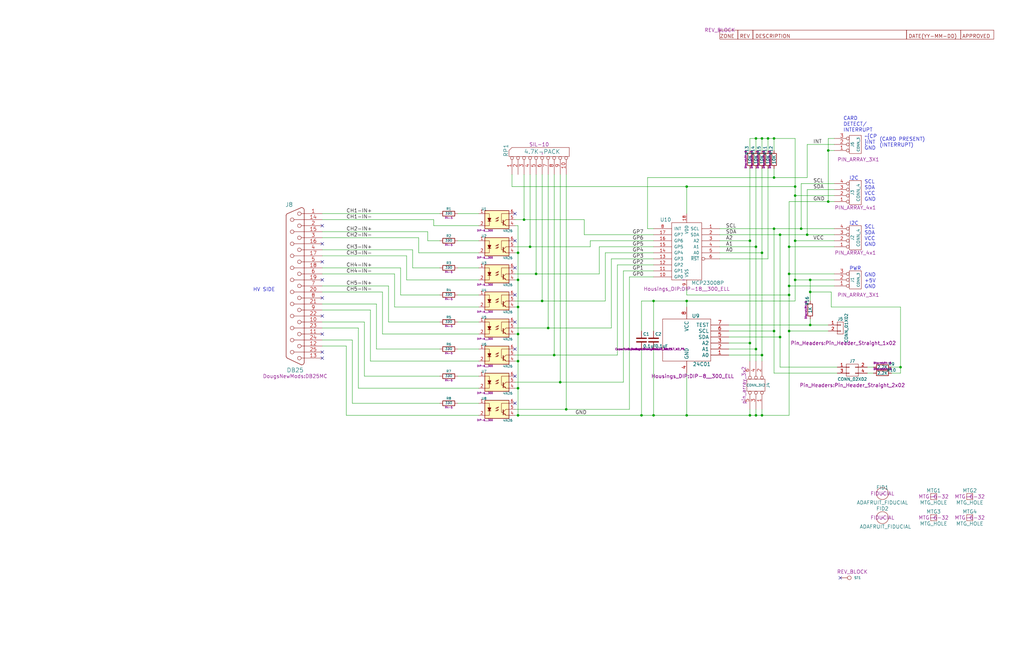
<source format=kicad_sch>
(kicad_sch (version 20230121) (generator eeschema)
  (paper "B")
  (title_block (title "8-CHANNEL OPTO-ISOLATED INPUT I2C CARD") (date "9 jun 2014") (rev "X1") (company "land-boards.com"))
  (lib_symbols
    (symbol "Device:C" (pin_numbers hide) (pin_names (offset 0.254))
      (property "Reference" "C" (at 0.635 2.54 0))
      (property "Value" "C" (at 0.635 -2.54 0))
      (symbol "C_0_1"
        (polyline (pts (xy -2.032 -0.762) (xy 2.032 -0.762)) (stroke (width 0.508)))
        (polyline (pts (xy -2.032 0.762) (xy 2.032 0.762)) (stroke (width 0.508)))
      )
      (symbol "C_1_1"
        (pin passive line (at 0 3.81 270) (length 2.794) (name "~") (number "1"))
        (pin passive line (at 0 -3.81 90) (length 2.794) (name "~") (number "2"))
      )
    )
    (symbol "Device:R" (pin_numbers hide) (pin_names (offset 0))
      (property "Reference" "R" (at 2.032 0 90))
      (property "Value" "R" (at 0 0 90))
      (symbol "R_0_1"
        (rectangle (start -1.016 -2.54) (end 1.016 2.54) (stroke (width 0.254)))
      )
      (symbol "R_1_1"
        (pin passive line (at 0 3.81 270) (length 1.27) (name "~") (number "1"))
        (pin passive line (at 0 -3.81 90) (length 1.27) (name "~") (number "2"))
      )
    )
    (symbol "OptoIn8-I2C-rescue:24C01" (pin_names (offset 0.762))
      (property "Reference" "U" (at 3.81 8.89 0))
      (property "Value" "24C01" (at 6.35 -11.43 0))
      (symbol "24C01_0_0"
        (pin power_in line (at 0 -15.24 90) (length 5.08) (name "GND") (number "4"))
        (pin power_in line (at 0 12.7 270) (length 5.08) (name "VCC") (number "8"))
      )
      (symbol "24C01_1_1"
        (rectangle (start -10.16 -10.16) (end 10.16 7.62))
        (pin input line (at 17.78 -7.62 180) (length 7.62) (name "A0") (number "1"))
        (pin input line (at 17.78 -5.08 180) (length 7.62) (name "A1") (number "2"))
        (pin input line (at 17.78 -2.54 180) (length 7.62) (name "A2") (number "3"))
        (pin bidirectional line (at 17.78 0 180) (length 7.62) (name "SDA") (number "5"))
        (pin input line (at 17.78 2.54 180) (length 7.62) (name "SCL") (number "6"))
        (pin input line (at 17.78 5.08 180) (length 7.62) (name "TEST") (number "7"))
      )
    )
    (symbol "OptoIn8-I2C-rescue:4N26" (pin_names (offset 1.016))
      (property "Reference" "U" (at -5.08 5.08 0))
      (property "Value" "4N26" (at 0 5.08 0))
      (property "Footprint" "DIP-6" (at -5.08 -5.08 0))
      (symbol "4N26_0_1"
        (rectangle (start -5.08 3.81) (end 5.08 -3.81) (stroke (width 0.254)) (fill (type background)))
        (polyline (pts (xy -3.81 -0.635) (xy -2.54 -0.635)) (stroke (width 0.254)))
        (polyline (pts (xy 2.667 -1.397) (xy 3.81 -2.54)))
        (polyline (pts (xy 2.667 -1.143) (xy 3.81 0)))
        (polyline (pts (xy 3.81 -2.54) (xy 5.08 -2.54)))
        (polyline (pts (xy 3.81 0) (xy 5.08 0)))
        (polyline (pts (xy 2.667 -0.254) (xy 2.667 -2.286) (xy 2.667 -2.286)) (stroke (width 0.3556)))
        (polyline (pts (xy -5.08 -2.54) (xy -3.175 -2.54) (xy -3.175 2.54) (xy -5.08 2.54)))
        (polyline (pts (xy -3.175 -0.635) (xy -3.81 0.635) (xy -2.54 0.635) (xy -3.175 -0.635)) (stroke (width 0.254)) (fill (type outline)))
        (polyline (pts (xy -0.635 0.254) (xy -0.1016 0.762) (xy -0.1016 0.254) (xy 0.6604 1.016)))
        (polyline (pts (xy 0.6604 1.016) (xy 0.1524 0.762) (xy 0.4064 0.508) (xy 0.6604 1.016)))
        (polyline (pts (xy 3.683 -2.413) (xy 3.429 -1.905) (xy 3.175 -2.159) (xy 3.683 -2.413)))
        (polyline (pts (xy 5.08 2.54) (xy 1.905 2.54) (xy 1.905 -1.27) (xy 2.54 -1.27)))
        (polyline (pts (xy -0.635 -0.762) (xy -0.1016 -0.254) (xy -0.1016 -0.762) (xy 0.6604 0) (xy 0.1524 -0.254) (xy 0.4064 -0.508) (xy 0.6604 0)))
      )
      (symbol "4N26_1_1"
        (pin passive line (at -7.62 2.54 0) (length 2.54) (name "~") (number "1"))
        (pin passive line (at -7.62 -2.54 0) (length 2.54) (name "~") (number "2"))
        (pin passive line (at 7.62 -2.54 180) (length 2.54) (name "~") (number "4"))
        (pin passive line (at 7.62 0 180) (length 2.54) (name "~") (number "5"))
        (pin passive line (at 7.62 2.54 180) (length 2.54) (name "~") (number "6"))
      )
    )
    (symbol "OptoIn8-I2C-rescue:ADAFRUIT_FIDUCIAL" (pin_numbers hide) (pin_names (offset 0.0254) hide)
      (property "Reference" "adafruit" (at 0 0 0))
      (property "Value" "ADAFRUIT_FIDUCIAL" (at 0 0 0))
      (symbol "ADAFRUIT_FIDUCIAL_1_1"
        (circle (center 0 0) (radius 2.54))
      )
    )
    (symbol "OptoIn8-I2C-rescue:CONN_01X02" (pin_names (offset 1.016) hide)
      (property "Reference" "P" (at 0 3.81 0))
      (property "Value" "CONN_01X02" (at 2.54 0 90))
      (symbol "CONN_01X02_0_1"
        (rectangle (start -1.27 -1.143) (end 0.254 -1.397))
        (rectangle (start -1.27 1.397) (end 0.254 1.143))
        (rectangle (start -1.27 2.54) (end 1.27 -2.54))
      )
      (symbol "CONN_01X02_1_1"
        (pin passive line (at -5.08 1.27 0) (length 3.81) (name "P1") (number "1"))
        (pin passive line (at -5.08 -1.27 0) (length 3.81) (name "P2") (number "2"))
      )
    )
    (symbol "OptoIn8-I2C-rescue:CONN_02X02" (pin_names (offset 0.0254) hide)
      (property "Reference" "P" (at 0 3.81 0))
      (property "Value" "CONN_02X02" (at 0 -3.81 0))
      (symbol "CONN_02X02_0_1"
        (rectangle (start -2.54 -1.143) (end -1.27 -1.397))
        (rectangle (start -2.54 1.397) (end -1.27 1.143))
        (rectangle (start -2.54 2.54) (end 2.54 -2.54))
        (rectangle (start 1.27 -1.143) (end 2.54 -1.397))
        (rectangle (start 1.27 1.397) (end 2.54 1.143))
      )
      (symbol "CONN_02X02_1_1"
        (pin passive line (at -6.35 1.27 0) (length 3.81) (name "P1") (number "1"))
        (pin passive line (at 6.35 1.27 180) (length 3.81) (name "P2") (number "2"))
        (pin passive line (at -6.35 -1.27 0) (length 3.81) (name "P3") (number "3"))
        (pin passive line (at 6.35 -1.27 180) (length 3.81) (name "P4") (number "4"))
      )
    )
    (symbol "OptoIn8-I2C-rescue:CONN_1" (pin_numbers hide) (pin_names (offset 0.762) hide)
      (property "Reference" "P" (at 2.032 0 0))
      (symbol "CONN_1_0_1"
        (polyline (pts (xy -0.762 0) (xy -1.27 0)))
        (circle (center 0 0) (radius 0.7874))
      )
      (symbol "CONN_1_1_1"
        (pin passive line (at -3.81 0 0) (length 2.54) (name "1") (number "1"))
      )
    )
    (symbol "OptoIn8-I2C-rescue:CONN_3" (pin_names (offset 1.016) hide)
      (property "Reference" "K" (at -1.27 0 90))
      (property "Value" "CONN_3" (at 1.27 0 90))
      (symbol "CONN_3_0_1"
        (rectangle (start -2.54 3.81) (end 2.54 -3.81))
      )
      (symbol "CONN_3_1_1"
        (pin passive inverted (at -8.89 2.54 0) (length 6.35) (name "P1") (number "1"))
        (pin passive inverted (at -8.89 0 0) (length 6.35) (name "PM") (number "2"))
        (pin passive inverted (at -8.89 -2.54 0) (length 6.35) (name "P3") (number "3"))
      )
    )
    (symbol "OptoIn8-I2C-rescue:CONN_3X2" (pin_names (offset 1.016) hide)
      (property "Reference" "P" (at 0 6.35 0))
      (property "Value" "CONN_3X2" (at 0 1.27 90))
      (symbol "CONN_3X2_0_1"
        (rectangle (start -2.54 5.08) (end 2.54 -2.54))
      )
      (symbol "CONN_3X2_1_1"
        (pin passive inverted (at -10.16 3.81 0) (length 7.62) (name "1") (number "1"))
        (pin passive inverted (at 10.16 3.81 180) (length 7.62) (name "2") (number "2"))
        (pin passive inverted (at -10.16 1.27 0) (length 7.62) (name "3") (number "3"))
        (pin passive inverted (at 10.16 1.27 180) (length 7.62) (name "4") (number "4"))
        (pin passive inverted (at -10.16 -1.27 0) (length 7.62) (name "5") (number "5"))
        (pin passive inverted (at 10.16 -1.27 180) (length 7.62) (name "6") (number "6"))
      )
    )
    (symbol "OptoIn8-I2C-rescue:CONN_4" (pin_names (offset 1.016) hide)
      (property "Reference" "P" (at -1.27 0 90))
      (property "Value" "CONN_4" (at 1.27 0 90))
      (symbol "CONN_4_0_1"
        (rectangle (start -2.54 5.08) (end 2.54 -5.08))
      )
      (symbol "CONN_4_1_1"
        (pin passive inverted (at -8.89 3.81 0) (length 6.35) (name "P1") (number "1"))
        (pin passive inverted (at -8.89 1.27 0) (length 6.35) (name "P2") (number "2"))
        (pin passive inverted (at -8.89 -1.27 0) (length 6.35) (name "P3") (number "3"))
        (pin passive inverted (at -8.89 -3.81 0) (length 6.35) (name "P4") (number "4"))
      )
    )
    (symbol "OptoIn8-I2C-rescue:DB25" (pin_names (offset 1.016) hide)
      (property "Reference" "J" (at 1.27 34.29 0))
      (property "Value" "DB25" (at -1.27 -34.29 0))
      (symbol "DB25_0_1"
        (arc (start -3.81 -32.004) (mid -3.4118 -32.8103) (end -2.54 -33.02) (stroke (width 0.2032)))
        (arc (start -2.54 33.274) (mid -3.4192 33.0712) (end -3.81 32.258) (stroke (width 0.2032)))
        (circle (center -1.778 -30.48) (radius 0.762))
        (circle (center -1.778 -25.4) (radius 0.762))
        (circle (center -1.778 -20.32) (radius 0.762))
        (circle (center -1.778 -15.24) (radius 0.762))
        (circle (center -1.778 -10.16) (radius 0.762))
        (circle (center -1.778 -5.08) (radius 0.762))
        (circle (center -1.778 0) (radius 0.762))
        (circle (center -1.778 5.08) (radius 0.762))
        (circle (center -1.778 10.16) (radius 0.762))
        (circle (center -1.778 15.24) (radius 0.762))
        (circle (center -1.778 20.32) (radius 0.762))
        (circle (center -1.778 25.4) (radius 0.762))
        (circle (center -1.778 30.48) (radius 0.762))
        (polyline (pts (xy -3.81 -32.004) (xy -3.81 32.258)) (stroke (width 0.2032)))
        (polyline (pts (xy -3.81 -30.48) (xy -2.54 -30.48)))
        (polyline (pts (xy -3.81 -27.94) (xy 0.508 -27.94)))
        (polyline (pts (xy -3.81 -25.4) (xy -2.54 -25.4)))
        (polyline (pts (xy -3.81 -22.86) (xy 0.508 -22.86)))
        (polyline (pts (xy -3.81 -20.32) (xy -2.54 -20.32)))
        (polyline (pts (xy -3.81 -17.78) (xy 0.508 -17.78)))
        (polyline (pts (xy -3.81 -15.24) (xy -2.54 -15.24)))
        (polyline (pts (xy -3.81 -12.7) (xy 0.508 -12.7)))
        (polyline (pts (xy -3.81 -10.16) (xy -2.54 -10.16)))
        (polyline (pts (xy -3.81 -7.62) (xy 0.508 -7.62)))
        (polyline (pts (xy -3.81 -5.08) (xy -2.54 -5.08)))
        (polyline (pts (xy -3.81 -2.54) (xy 0.508 -2.54)))
        (polyline (pts (xy -3.81 0) (xy -2.54 0)))
        (polyline (pts (xy -3.81 2.54) (xy 0.508 2.54)))
        (polyline (pts (xy -3.81 5.08) (xy -2.54 5.08)))
        (polyline (pts (xy -3.81 7.62) (xy 0.508 7.62)))
        (polyline (pts (xy -3.81 10.16) (xy -2.54 10.16)))
        (polyline (pts (xy -3.81 12.7) (xy 0.508 12.7)))
        (polyline (pts (xy -3.81 15.24) (xy -2.54 15.24)))
        (polyline (pts (xy -3.81 17.78) (xy 0.508 17.78)))
        (polyline (pts (xy -3.81 20.32) (xy -2.54 20.32)))
        (polyline (pts (xy -3.81 22.86) (xy 0.508 22.86)))
        (polyline (pts (xy -3.81 25.4) (xy -2.54 25.4)))
        (polyline (pts (xy -3.81 27.94) (xy 0.508 27.94)))
        (polyline (pts (xy -3.81 30.48) (xy -2.54 30.48)))
        (polyline (pts (xy -2.54 -33.02) (xy 3.302 -30.48)) (stroke (width 0.2032)))
        (polyline (pts (xy 3.302 30.48) (xy -2.54 33.274)) (stroke (width 0.2032)))
        (polyline (pts (xy 3.81 -29.718) (xy 3.81 29.718)) (stroke (width 0.2032)))
        (circle (center 1.27 -27.94) (radius 0.762))
        (circle (center 1.27 -22.86) (radius 0.762))
        (circle (center 1.27 -17.78) (radius 0.762))
        (circle (center 1.27 -12.7) (radius 0.762))
        (circle (center 1.27 -7.62) (radius 0.762))
        (circle (center 1.27 -2.54) (radius 0.762))
        (circle (center 1.27 2.54) (radius 0.762))
        (circle (center 1.27 7.62) (radius 0.762))
        (circle (center 1.27 12.7) (radius 0.762))
        (circle (center 1.27 17.78) (radius 0.762))
        (circle (center 1.27 22.86) (radius 0.762))
        (circle (center 1.27 27.94) (radius 0.762))
        (arc (start 3.302 -30.48) (mid 3.6653 -30.1718) (end 3.81 -29.718) (stroke (width 0.2032)))
        (arc (start 3.7846 29.718) (mid 3.654 30.1598) (end 3.302 30.4546) (stroke (width 0.2032)))
      )
      (symbol "DB25_1_1"
        (pin passive line (at -11.43 -30.48 0) (length 7.62) (name "1") (number "1"))
        (pin passive line (at -11.43 15.24 0) (length 7.62) (name "10") (number "10"))
        (pin passive line (at -11.43 20.32 0) (length 7.62) (name "11") (number "11"))
        (pin passive line (at -11.43 25.4 0) (length 7.62) (name "12") (number "12"))
        (pin passive line (at -11.43 30.48 0) (length 7.62) (name "13") (number "13"))
        (pin passive line (at -11.43 -27.94 0) (length 7.62) (name "P14") (number "14"))
        (pin passive line (at -11.43 -22.86 0) (length 7.62) (name "P15") (number "15"))
        (pin passive line (at -11.43 -17.78 0) (length 7.62) (name "P16") (number "16"))
        (pin passive line (at -11.43 -12.7 0) (length 7.62) (name "P17") (number "17"))
        (pin passive line (at -11.43 -7.62 0) (length 7.62) (name "P18") (number "18"))
        (pin passive line (at -11.43 -2.54 0) (length 7.62) (name "P19") (number "19"))
        (pin passive line (at -11.43 -25.4 0) (length 7.62) (name "2") (number "2"))
        (pin passive line (at -11.43 2.54 0) (length 7.62) (name "P20") (number "20"))
        (pin passive line (at -11.43 7.62 0) (length 7.62) (name "P21") (number "21"))
        (pin passive line (at -11.43 12.7 0) (length 7.62) (name "P22") (number "22"))
        (pin passive line (at -11.43 17.78 0) (length 7.62) (name "P23") (number "23"))
        (pin passive line (at -11.43 22.86 0) (length 7.62) (name "P24") (number "24"))
        (pin passive line (at -11.43 27.94 0) (length 7.62) (name "P25") (number "25"))
        (pin passive line (at -11.43 -20.32 0) (length 7.62) (name "3") (number "3"))
        (pin passive line (at -11.43 -15.24 0) (length 7.62) (name "4") (number "4"))
        (pin passive line (at -11.43 -10.16 0) (length 7.62) (name "5") (number "5"))
        (pin passive line (at -11.43 -5.08 0) (length 7.62) (name "6") (number "6"))
        (pin passive line (at -11.43 0 0) (length 7.62) (name "7") (number "7"))
        (pin passive line (at -11.43 5.08 0) (length 7.62) (name "8") (number "8"))
        (pin passive line (at -11.43 10.16 0) (length 7.62) (name "9") (number "9"))
      )
    )
    (symbol "OptoIn8-I2C-rescue:MCP23008P" (pin_names (offset 1.016))
      (property "Reference" "U" (at 7.62 25.4 0))
      (property "Value" "MCP23008P" (at 11.43 -1.27 0))
      (symbol "MCP23008P_0_1"
        (rectangle (start -7.62 0) (end 5.08 24.13))
      )
      (symbol "MCP23008P_1_1"
        (pin input line (at -15.24 21.59 0) (length 7.62) (name "SCL") (number "1"))
        (pin output line (at 12.7 1.27 180) (length 7.62) (name "GP0") (number "10"))
        (pin output line (at 12.7 3.81 180) (length 7.62) (name "GP1") (number "11"))
        (pin output line (at 12.7 6.35 180) (length 7.62) (name "GP2") (number "12"))
        (pin output line (at 12.7 8.89 180) (length 7.62) (name "GP3") (number "13"))
        (pin output line (at 12.7 11.43 180) (length 7.62) (name "GP4") (number "14"))
        (pin output line (at 12.7 13.97 180) (length 7.62) (name "GP5") (number "15"))
        (pin output line (at 12.7 16.51 180) (length 7.62) (name "GP6") (number "16"))
        (pin bidirectional line (at 12.7 19.05 180) (length 7.62) (name "GP7") (number "17"))
        (pin power_in line (at -1.27 27.94 270) (length 3.81) (name "VDD") (number "18"))
        (pin input line (at -15.24 19.05 0) (length 7.62) (name "SDA") (number "2"))
        (pin input line (at -15.24 16.51 0) (length 7.62) (name "A2") (number "3"))
        (pin input line (at -15.24 13.97 0) (length 7.62) (name "A1") (number "4"))
        (pin input line (at -15.24 11.43 0) (length 7.62) (name "A0") (number "5"))
        (pin input inverted (at -15.24 8.89 0) (length 7.62) (name "~{RST}") (number "6"))
        (pin output line (at 12.7 21.59 180) (length 7.62) (name "INT") (number "8"))
        (pin power_in line (at -1.27 -3.81 90) (length 3.81) (name "VSS") (number "9"))
      )
    )
    (symbol "OptoIn8-I2C-rescue:MTG_HOLE" (pin_names (offset 1.016))
      (property "Reference" "MTG?" (at 0 2.54 0))
      (property "Value" "MTG_HOLE" (at 0 -2.54 0))
      (symbol "MTG_HOLE_0_1"
        (rectangle (start -1.27 -1.27) (end 1.27 -1.27))
        (rectangle (start -1.27 1.27) (end -1.27 -1.27))
        (rectangle (start 1.27 1.27) (end -1.27 1.27))
        (rectangle (start 1.27 1.27) (end 1.27 -1.27))
      )
    )
    (symbol "OptoIn8-I2C-rescue:REV-HIST" (pin_names (offset 1.016))
      (symbol "REV-HIST_0_0"
        (rectangle (start 0 0) (end 7.62 -3.81))
        (rectangle (start 7.62 0) (end 13.97 -3.81))
        (rectangle (start 13.97 0) (end 78.74 -3.81))
        (rectangle (start 78.74 0) (end 101.6 -3.81))
        (rectangle (start 101.6 0) (end 115.57 -3.81))
        (text "ZONE  REV  DESCRIPTION                                           DATE(YY-MM-DD)  APPROVED" (at 0 -2.54 0) (effects (font (size 1.524 1.524)) (justify left)))
      )
    )
    (symbol "OptoIn8-I2C-rescue:RR9" (pin_names (offset 1.016) hide)
      (property "Reference" "RR" (at 1.27 15.24 0))
      (property "Value" "RR9" (at 0.762 0 90))
      (symbol "RR9_0_1"
        (polyline (pts (xy -1.27 -11.43) (xy -1.27 13.97) (xy 1.27 13.97) (xy 2.54 12.7) (xy 2.54 -11.43) (xy -1.27 -11.43)))
      )
      (symbol "RR9_1_1"
        (pin passive inverted (at -8.89 12.7 0) (length 7.62) (name "COM") (number "1"))
        (pin passive inverted (at -8.89 -10.16 0) (length 7.62) (name "10") (number "10"))
        (pin passive inverted (at -8.89 10.16 0) (length 7.62) (name "2") (number "2"))
        (pin passive inverted (at -8.89 7.62 0) (length 7.62) (name "3") (number "3"))
        (pin passive inverted (at -8.89 5.08 0) (length 7.62) (name "4") (number "4"))
        (pin passive inverted (at -8.89 2.54 0) (length 7.62) (name "5") (number "5"))
        (pin passive inverted (at -8.89 0 0) (length 7.62) (name "6") (number "6"))
        (pin passive inverted (at -8.89 -2.54 0) (length 7.62) (name "7") (number "7"))
        (pin passive inverted (at -8.89 -5.08 0) (length 7.62) (name "8") (number "8"))
        (pin passive inverted (at -8.89 -7.62 0) (length 7.62) (name "9") (number "9"))
      )
    )
  )
  (junction (at 328.93 142.24))
  (junction (at 321.31 149.86))
  (junction (at 236.22 161.29))
  (junction (at 332.74 120.65))
  (junction (at 321.31 106.68))
  (junction (at 218.44 163.83))
  (junction (at 335.28 118.11))
  (junction (at 318.77 147.32))
  (junction (at 340.36 99.06))
  (junction (at 220.98 92.71))
  (junction (at 321.31 58.42))
  (junction (at 332.74 139.7))
  (junction (at 379.73 154.94))
  (junction (at 335.28 82.55))
  (junction (at 233.68 149.86))
  (junction (at 316.23 144.78))
  (junction (at 289.56 78.74))
  (junction (at 332.74 124.46))
  (junction (at 218.44 140.97))
  (junction (at 218.44 175.26))
  (junction (at 341.63 118.11))
  (junction (at 335.28 101.6))
  (junction (at 349.25 63.5))
  (junction (at 218.44 152.4))
  (junction (at 326.39 58.42))
  (junction (at 270.51 175.26))
  (junction (at 289.56 127))
  (junction (at 238.76 172.72))
  (junction (at 318.77 58.42))
  (junction (at 341.63 137.16))
  (junction (at 316.23 175.26))
  (junction (at 341.63 123.19))
  (junction (at 275.59 175.26))
  (junction (at 323.85 58.42))
  (junction (at 321.31 175.26))
  (junction (at 332.74 115.57))
  (junction (at 328.93 99.06))
  (junction (at 223.52 104.14))
  (junction (at 349.25 85.09))
  (junction (at 228.6 127))
  (junction (at 275.59 127))
  (junction (at 231.14 138.43))
  (junction (at 218.44 129.54))
  (junction (at 226.06 115.57))
  (junction (at 326.39 96.52))
  (junction (at 218.44 106.68))
  (junction (at 318.77 104.14))
  (junction (at 318.77 175.26))
  (junction (at 335.28 78.74))
  (junction (at 326.39 74.93))
  (junction (at 289.56 175.26))
  (junction (at 218.44 118.11))
  (junction (at 337.82 96.52))
  (junction (at 316.23 101.6))
  (junction (at 326.39 139.7))
  (junction (at 332.74 104.14))
  (no_connect (at 217.17 113.03))
  (no_connect (at 135.89 151.13))
  (no_connect (at 135.89 95.25))
  (no_connect (at 135.89 125.73))
  (no_connect (at 135.89 148.59))
  (no_connect (at 217.17 158.75))
  (no_connect (at 135.89 110.49))
  (no_connect (at 135.89 118.11))
  (no_connect (at 217.17 135.89))
  (no_connect (at 217.17 90.17))
  (no_connect (at 217.17 101.6))
  (no_connect (at 217.17 147.32))
  (no_connect (at 135.89 140.97))
  (no_connect (at 217.17 124.46))
  (no_connect (at 217.17 170.18))
  (no_connect (at 135.89 133.35))
  (no_connect (at 135.89 102.87))
  (no_connect (at 354.33 243.84))
  (wire (pts (xy 332.74 120.65) (xy 332.74 124.46)))
  (wire (pts (xy 273.05 96.52) (xy 273.05 74.93)))
  (wire (pts (xy 351.79 63.5) (xy 349.25 63.5)))
  (wire (pts (xy 340.36 60.96) (xy 351.79 60.96)))
  (wire (pts (xy 201.93 140.97) (xy 161.29 140.97)))
  (wire (pts (xy 231.14 73.66) (xy 231.14 138.43)))
  (wire (pts (xy 318.77 175.26) (xy 316.23 175.26)))
  (wire (pts (xy 303.53 99.06) (xy 328.93 99.06)))
  (wire (pts (xy 135.89 130.81) (xy 156.21 130.81)))
  (wire (pts (xy 135.89 138.43) (xy 151.13 138.43)))
  (wire (pts (xy 323.85 109.22) (xy 323.85 71.12)))
  (wire (pts (xy 246.38 92.71) (xy 246.38 99.06)))
  (wire (pts (xy 321.31 106.68) (xy 321.31 149.86)))
  (wire (pts (xy 193.04 158.75) (xy 201.93 158.75)))
  (wire (pts (xy 289.56 78.74) (xy 335.28 78.74)))
  (wire (pts (xy 236.22 73.66) (xy 236.22 161.29)))
  (wire (pts (xy 351.79 82.55) (xy 335.28 82.55)))
  (wire (pts (xy 326.39 74.93) (xy 340.36 74.93)))
  (wire (pts (xy 233.68 149.86) (xy 260.35 149.86)))
  (wire (pts (xy 173.99 105.41) (xy 173.99 113.03)))
  (wire (pts (xy 193.04 170.18) (xy 201.93 170.18)))
  (wire (pts (xy 217.17 127) (xy 228.6 127)))
  (wire (pts (xy 182.88 95.25) (xy 201.93 95.25)))
  (wire (pts (xy 351.79 120.65) (xy 332.74 120.65)))
  (wire (pts (xy 328.93 142.24) (xy 328.93 154.94)))
  (wire (pts (xy 173.99 113.03) (xy 185.42 113.03)))
  (wire (pts (xy 321.31 175.26) (xy 318.77 175.26)))
  (wire (pts (xy 148.59 143.51) (xy 135.89 143.51)))
  (wire (pts (xy 270.51 147.32) (xy 270.51 175.26)))
  (wire (pts (xy 217.17 149.86) (xy 233.68 149.86)))
  (wire (pts (xy 303.53 106.68) (xy 321.31 106.68)))
  (wire (pts (xy 193.04 113.03) (xy 201.93 113.03)))
  (wire (pts (xy 349.25 58.42) (xy 349.25 63.5)))
  (wire (pts (xy 303.53 101.6) (xy 316.23 101.6)))
  (wire (pts (xy 161.29 140.97) (xy 161.29 123.19)))
  (wire (pts (xy 307.34 144.78) (xy 316.23 144.78)))
  (wire (pts (xy 168.91 113.03) (xy 135.89 113.03)))
  (wire (pts (xy 332.74 104.14) (xy 332.74 115.57)))
  (wire (pts (xy 262.89 161.29) (xy 262.89 114.3)))
  (wire (pts (xy 351.79 104.14) (xy 332.74 104.14)))
  (wire (pts (xy 289.56 175.26) (xy 275.59 175.26)))
  (wire (pts (xy 248.92 104.14) (xy 248.92 101.6)))
  (wire (pts (xy 265.43 116.84) (xy 275.59 116.84)))
  (wire (pts (xy 332.74 124.46) (xy 332.74 139.7)))
  (wire (pts (xy 185.42 147.32) (xy 158.75 147.32)))
  (wire (pts (xy 379.73 129.54) (xy 379.73 154.94)))
  (wire (pts (xy 135.89 97.79) (xy 180.34 97.79)))
  (wire (pts (xy 275.59 139.7) (xy 275.59 127)))
  (wire (pts (xy 151.13 163.83) (xy 201.93 163.83)))
  (wire (pts (xy 217.17 129.54) (xy 218.44 129.54)))
  (wire (pts (xy 238.76 172.72) (xy 265.43 172.72)))
  (wire (pts (xy 201.93 135.89) (xy 193.04 135.89)))
  (wire (pts (xy 303.53 109.22) (xy 323.85 109.22)))
  (wire (pts (xy 146.05 175.26) (xy 201.93 175.26)))
  (wire (pts (xy 350.52 129.54) (xy 379.73 129.54)))
  (wire (pts (xy 228.6 127) (xy 255.27 127)))
  (wire (pts (xy 368.3 157.48) (xy 365.76 157.48)))
  (wire (pts (xy 265.43 172.72) (xy 265.43 116.84)))
  (wire (pts (xy 146.05 146.05) (xy 146.05 175.26)))
  (wire (pts (xy 365.76 154.94) (xy 368.3 154.94)))
  (wire (pts (xy 218.44 106.68) (xy 218.44 118.11)))
  (wire (pts (xy 158.75 128.27) (xy 135.89 128.27)))
  (wire (pts (xy 273.05 96.52) (xy 275.59 96.52)))
  (wire (pts (xy 349.25 58.42) (xy 351.79 58.42)))
  (wire (pts (xy 303.53 96.52) (xy 326.39 96.52)))
  (wire (pts (xy 332.74 85.09) (xy 332.74 104.14)))
  (wire (pts (xy 316.23 71.12) (xy 316.23 101.6)))
  (wire (pts (xy 201.93 101.6) (xy 193.04 101.6)))
  (wire (pts (xy 323.85 58.42) (xy 321.31 58.42)))
  (wire (pts (xy 321.31 71.12) (xy 321.31 106.68)))
  (wire (pts (xy 218.44 140.97) (xy 218.44 152.4)))
  (wire (pts (xy 185.42 124.46) (xy 168.91 124.46)))
  (wire (pts (xy 303.53 104.14) (xy 318.77 104.14)))
  (wire (pts (xy 321.31 175.26) (xy 321.31 172.72)))
  (wire (pts (xy 318.77 172.72) (xy 318.77 175.26)))
  (wire (pts (xy 335.28 78.74) (xy 335.28 58.42)))
  (wire (pts (xy 201.93 106.68) (xy 176.53 106.68)))
  (wire (pts (xy 323.85 63.5) (xy 323.85 58.42)))
  (wire (pts (xy 168.91 124.46) (xy 168.91 113.03)))
  (wire (pts (xy 337.82 96.52) (xy 351.79 96.52)))
  (wire (pts (xy 349.25 63.5) (xy 349.25 85.09)))
  (wire (pts (xy 318.77 147.32) (xy 318.77 152.4)))
  (wire (pts (xy 185.42 158.75) (xy 153.67 158.75)))
  (wire (pts (xy 326.39 139.7) (xy 326.39 157.48)))
  (wire (pts (xy 218.44 129.54) (xy 218.44 140.97)))
  (wire (pts (xy 135.89 146.05) (xy 146.05 146.05)))
  (wire (pts (xy 231.14 138.43) (xy 257.81 138.43)))
  (wire (pts (xy 217.17 95.25) (xy 218.44 95.25)))
  (wire (pts (xy 220.98 92.71) (xy 246.38 92.71)))
  (wire (pts (xy 218.44 163.83) (xy 218.44 175.26)))
  (wire (pts (xy 163.83 135.89) (xy 185.42 135.89)))
  (wire (pts (xy 156.21 152.4) (xy 201.93 152.4)))
  (wire (pts (xy 341.63 118.11) (xy 351.79 118.11)))
  (wire (pts (xy 215.9 78.74) (xy 289.56 78.74)))
  (wire (pts (xy 270.51 175.26) (xy 218.44 175.26)))
  (wire (pts (xy 215.9 78.74) (xy 215.9 73.66)))
  (wire (pts (xy 307.34 139.7) (xy 326.39 139.7)))
  (wire (pts (xy 180.34 97.79) (xy 180.34 101.6)))
  (wire (pts (xy 201.93 129.54) (xy 166.37 129.54)))
  (wire (pts (xy 176.53 100.33) (xy 135.89 100.33)))
  (wire (pts (xy 217.17 172.72) (xy 238.76 172.72)))
  (wire (pts (xy 223.52 73.66) (xy 223.52 104.14)))
  (wire (pts (xy 328.93 154.94) (xy 353.06 154.94)))
  (wire (pts (xy 193.04 90.17) (xy 201.93 90.17)))
  (wire (pts (xy 340.36 99.06) (xy 351.79 99.06)))
  (wire (pts (xy 307.34 137.16) (xy 341.63 137.16)))
  (wire (pts (xy 226.06 73.66) (xy 226.06 115.57)))
  (wire (pts (xy 257.81 109.22) (xy 275.59 109.22)))
  (wire (pts (xy 351.79 80.01) (xy 340.36 80.01)))
  (wire (pts (xy 341.63 137.16) (xy 349.25 137.16)))
  (wire (pts (xy 171.45 107.95) (xy 135.89 107.95)))
  (wire (pts (xy 349.25 85.09) (xy 351.79 85.09)))
  (wire (pts (xy 260.35 149.86) (xy 260.35 111.76)))
  (wire (pts (xy 218.44 95.25) (xy 218.44 106.68)))
  (wire (pts (xy 217.17 163.83) (xy 218.44 163.83)))
  (wire (pts (xy 326.39 157.48) (xy 353.06 157.48)))
  (wire (pts (xy 217.17 92.71) (xy 220.98 92.71)))
  (wire (pts (xy 248.92 101.6) (xy 275.59 101.6)))
  (wire (pts (xy 252.73 104.14) (xy 275.59 104.14)))
  (wire (pts (xy 275.59 127) (xy 289.56 127)))
  (wire (pts (xy 158.75 147.32) (xy 158.75 128.27)))
  (wire (pts (xy 201.93 124.46) (xy 193.04 124.46)))
  (wire (pts (xy 151.13 138.43) (xy 151.13 163.83)))
  (wire (pts (xy 318.77 58.42) (xy 316.23 58.42)))
  (wire (pts (xy 326.39 71.12) (xy 326.39 74.93)))
  (wire (pts (xy 335.28 82.55) (xy 335.28 78.74)))
  (wire (pts (xy 335.28 101.6) (xy 351.79 101.6)))
  (wire (pts (xy 332.74 85.09) (xy 349.25 85.09)))
  (wire (pts (xy 321.31 58.42) (xy 318.77 58.42)))
  (wire (pts (xy 262.89 114.3) (xy 275.59 114.3)))
  (wire (pts (xy 163.83 135.89) (xy 163.83 120.65)))
  (wire (pts (xy 217.17 161.29) (xy 236.22 161.29)))
  (wire (pts (xy 326.39 58.42) (xy 323.85 58.42)))
  (wire (pts (xy 316.23 175.26) (xy 289.56 175.26)))
  (wire (pts (xy 379.73 157.48) (xy 375.92 157.48)))
  (wire (pts (xy 326.39 96.52) (xy 326.39 139.7)))
  (wire (pts (xy 351.79 115.57) (xy 332.74 115.57)))
  (wire (pts (xy 217.17 115.57) (xy 226.06 115.57)))
  (wire (pts (xy 349.25 139.7) (xy 332.74 139.7)))
  (wire (pts (xy 156.21 130.81) (xy 156.21 152.4)))
  (wire (pts (xy 351.79 77.47) (xy 337.82 77.47)))
  (wire (pts (xy 289.56 124.46) (xy 332.74 124.46)))
  (wire (pts (xy 217.17 118.11) (xy 218.44 118.11)))
  (wire (pts (xy 218.44 152.4) (xy 218.44 163.83)))
  (wire (pts (xy 171.45 118.11) (xy 171.45 107.95)))
  (wire (pts (xy 379.73 154.94) (xy 379.73 157.48)))
  (wire (pts (xy 328.93 99.06) (xy 340.36 99.06)))
  (wire (pts (xy 153.67 135.89) (xy 135.89 135.89)))
  (wire (pts (xy 135.89 92.71) (xy 182.88 92.71)))
  (wire (pts (xy 316.23 175.26) (xy 316.23 172.72)))
  (wire (pts (xy 335.28 118.11) (xy 341.63 118.11)))
  (wire (pts (xy 270.51 127) (xy 270.51 139.7)))
  (wire (pts (xy 217.17 138.43) (xy 231.14 138.43)))
  (wire (pts (xy 318.77 104.14) (xy 318.77 147.32)))
  (wire (pts (xy 332.74 175.26) (xy 321.31 175.26)))
  (wire (pts (xy 289.56 127) (xy 335.28 127)))
  (wire (pts (xy 257.81 138.43) (xy 257.81 109.22)))
  (wire (pts (xy 161.29 123.19) (xy 135.89 123.19)))
  (wire (pts (xy 275.59 147.32) (xy 275.59 175.26)))
  (wire (pts (xy 335.28 101.6) (xy 335.28 82.55)))
  (wire (pts (xy 307.34 149.86) (xy 321.31 149.86)))
  (wire (pts (xy 246.38 99.06) (xy 275.59 99.06)))
  (wire (pts (xy 335.28 127) (xy 335.28 118.11)))
  (wire (pts (xy 270.51 127) (xy 275.59 127)))
  (wire (pts (xy 166.37 129.54) (xy 166.37 115.57)))
  (wire (pts (xy 332.74 139.7) (xy 332.74 175.26)))
  (wire (pts (xy 321.31 149.86) (xy 321.31 152.4)))
  (wire (pts (xy 316.23 101.6) (xy 316.23 144.78)))
  (wire (pts (xy 233.68 73.66) (xy 233.68 149.86)))
  (wire (pts (xy 340.36 74.93) (xy 340.36 60.96)))
  (wire (pts (xy 176.53 106.68) (xy 176.53 100.33)))
  (wire (pts (xy 218.44 118.11) (xy 218.44 129.54)))
  (wire (pts (xy 328.93 99.06) (xy 328.93 142.24)))
  (wire (pts (xy 326.39 63.5) (xy 326.39 58.42)))
  (wire (pts (xy 307.34 147.32) (xy 318.77 147.32)))
  (wire (pts (xy 217.17 140.97) (xy 218.44 140.97)))
  (wire (pts (xy 201.93 118.11) (xy 171.45 118.11)))
  (wire (pts (xy 217.17 152.4) (xy 218.44 152.4)))
  (wire (pts (xy 332.74 115.57) (xy 332.74 120.65)))
  (wire (pts (xy 289.56 78.74) (xy 289.56 90.17)))
  (wire (pts (xy 341.63 134.62) (xy 341.63 137.16)))
  (wire (pts (xy 153.67 158.75) (xy 153.67 135.89)))
  (wire (pts (xy 180.34 101.6) (xy 185.42 101.6)))
  (wire (pts (xy 318.77 71.12) (xy 318.77 104.14)))
  (wire (pts (xy 316.23 58.42) (xy 316.23 63.5)))
  (wire (pts (xy 316.23 144.78) (xy 316.23 152.4)))
  (wire (pts (xy 135.89 90.17) (xy 185.42 90.17)))
  (wire (pts (xy 350.52 123.19) (xy 350.52 129.54)))
  (wire (pts (xy 226.06 115.57) (xy 252.73 115.57)))
  (wire (pts (xy 166.37 115.57) (xy 135.89 115.57)))
  (wire (pts (xy 341.63 123.19) (xy 341.63 127)))
  (wire (pts (xy 289.56 157.48) (xy 289.56 175.26)))
  (wire (pts (xy 185.42 170.18) (xy 148.59 170.18)))
  (wire (pts (xy 217.17 106.68) (xy 218.44 106.68)))
  (wire (pts (xy 341.63 123.19) (xy 350.52 123.19)))
  (wire (pts (xy 260.35 111.76) (xy 275.59 111.76)))
  (wire (pts (xy 218.44 175.26) (xy 217.17 175.26)))
  (wire (pts (xy 255.27 106.68) (xy 275.59 106.68)))
  (wire (pts (xy 326.39 96.52) (xy 337.82 96.52)))
  (wire (pts (xy 341.63 118.11) (xy 341.63 123.19)))
  (wire (pts (xy 223.52 104.14) (xy 248.92 104.14)))
  (wire (pts (xy 238.76 73.66) (xy 238.76 172.72)))
  (wire (pts (xy 255.27 127) (xy 255.27 106.68)))
  (wire (pts (xy 135.89 105.41) (xy 173.99 105.41)))
  (wire (pts (xy 163.83 120.65) (xy 135.89 120.65)))
  (wire (pts (xy 337.82 77.47) (xy 337.82 96.52)))
  (wire (pts (xy 220.98 73.66) (xy 220.98 92.71)))
  (wire (pts (xy 321.31 63.5) (xy 321.31 58.42)))
  (wire (pts (xy 252.73 115.57) (xy 252.73 104.14)))
  (wire (pts (xy 340.36 80.01) (xy 340.36 99.06)))
  (wire (pts (xy 273.05 74.93) (xy 326.39 74.93)))
  (wire (pts (xy 289.56 127) (xy 289.56 129.54)))
  (wire (pts (xy 148.59 170.18) (xy 148.59 143.51)))
  (wire (pts (xy 335.28 118.11) (xy 335.28 101.6)))
  (wire (pts (xy 182.88 92.71) (xy 182.88 95.25)))
  (wire (pts (xy 236.22 161.29) (xy 262.89 161.29)))
  (wire (pts (xy 201.93 147.32) (xy 193.04 147.32)))
  (wire (pts (xy 217.17 104.14) (xy 223.52 104.14)))
  (wire (pts (xy 228.6 73.66) (xy 228.6 127)))
  (wire (pts (xy 379.73 154.94) (xy 375.92 154.94)))
  (wire (pts (xy 335.28 58.42) (xy 326.39 58.42)))
  (wire (pts (xy 289.56 121.92) (xy 289.56 124.46)))
  (wire (pts (xy 318.77 63.5) (xy 318.77 58.42)))
  (wire (pts (xy 307.34 142.24) (xy 328.93 142.24)))
  (wire (pts (xy 275.59 175.26) (xy 270.51 175.26)))
  (text "I2C" (at 358.14 76.2 0) (effects (font (size 1.524 1.524)) (justify left bottom)))
  (text "I2C" (at 358.14 95.25 0) (effects (font (size 1.524 1.524)) (justify left bottom)))
  (text "(CARD PRESENT)\n(INTERRUPT)" (at 370.84 62.23 0) (effects (font (size 1.524 1.524)) (justify left bottom)))
  (text "GND\n+5V\nGND" (at 364.49 121.92 0) (effects (font (size 1.524 1.524)) (justify left bottom)))
  (text "HV SIDE" (at 106.68 123.19 0) (effects (font (size 1.524 1.524)) (justify left bottom)))
  (text "CARD \nDETECT/\nINTERRUPT" (at 355.6 55.88 0) (effects (font (size 1.524 1.524)) (justify left bottom)))
  (text "SCL\nSDA\nVCC\nGND" (at 364.49 104.14 0) (effects (font (size 1.524 1.524)) (justify left bottom)))
  (text "~{CP\n}INT\nGND" (at 364.49 63.5 0) (effects (font (size 1.524 1.524)) (justify left bottom)))
  (text "PWR" (at 358.14 114.3 0) (effects (font (size 1.524 1.524)) (justify left bottom)))
  (text "SCL\nSDA\nVCC\nGND" (at 364.49 85.09 0) (effects (font (size 1.524 1.524)) (justify left bottom)))
  (label "SCL" (at 342.9 77.47 0) (effects (font (size 1.524 1.524))))
  (label "CH1-IN+" (at 146.05 90.17 0) (effects (font (size 1.524 1.524))))
  (label "CH1-IN-" (at 146.05 92.71 0) (effects (font (size 1.524 1.524))))
  (label "CH5-IN-" (at 146.05 123.19 0) (effects (font (size 1.524 1.524))))
  (label "GND" (at 342.9 85.09 0) (effects (font (size 1.524 1.524))))
  (label "GP4" (at 266.7 106.68 0) (effects (font (size 1.524 1.524))))
  (label "GP2" (at 266.7 111.76 0) (effects (font (size 1.524 1.524))))
  (label "GND" (at 242.57 175.26 0) (effects (font (size 1.524 1.524))))
  (label "CH5-IN+" (at 146.05 120.65 0) (effects (font (size 1.524 1.524))))
  (label "CH2-IN-" (at 146.05 100.33 0) (effects (font (size 1.524 1.524))))
  (label "CH3-IN+" (at 146.05 105.41 0) (effects (font (size 1.524 1.524))))
  (label "GP1" (at 266.7 114.3 0) (effects (font (size 1.524 1.524))))
  (label "A0" (at 306.07 106.68 0) (effects (font (size 1.524 1.524))))
  (label "GP7" (at 266.7 99.06 0) (effects (font (size 1.524 1.524))))
  (label "CH4-IN-" (at 146.05 115.57 0) (effects (font (size 1.524 1.524))))
  (label "CH4-IN+" (at 146.05 113.03 0) (effects (font (size 1.524 1.524))))
  (label "GP6" (at 266.7 101.6 0) (effects (font (size 1.524 1.524))))
  (label "GP3" (at 266.7 109.22 0) (effects (font (size 1.524 1.524))))
  (label "A2" (at 306.07 101.6 0) (effects (font (size 1.524 1.524))))
  (label "A1" (at 306.07 104.14 0) (effects (font (size 1.524 1.524))))
  (label "INT" (at 342.9 60.96 0) (effects (font (size 1.524 1.524))))
  (label "CH3-IN-" (at 146.05 107.95 0) (effects (font (size 1.524 1.524))))
  (label "SDA" (at 342.9 80.01 0) (effects (font (size 1.524 1.524))))
  (label "GP0" (at 266.7 116.84 0) (effects (font (size 1.524 1.524))))
  (label "CH2-IN+" (at 146.05 97.79 0) (effects (font (size 1.524 1.524))))
  (label "SCL" (at 306.07 96.52 0) (effects (font (size 1.524 1.524))))
  (label "SDA" (at 306.07 99.06 0) (effects (font (size 1.524 1.524))))
  (label "GP5" (at 266.7 104.14 0) (effects (font (size 1.524 1.524))))
  (label "VCC" (at 342.9 101.6 0) (effects (font (size 1.524 1.524))))
  (symbol (lib_id "OptoIn8-I2C-rescue:4N26") (at 209.55 92.71 0) (unit 1)
    (property "Reference" "U1" (at 204.1144 88.1634 0) (effects (font (size 1.016 1.016))))
    (property "Value" "4N26" (at 214.122 97.409 0) (effects (font (size 1.016 1.016))))
    (property "Footprint" "DIP-6__300" (at 204.4954 97.282 0) (effects (font (size 0.7366 0.7366))))
  )
  (symbol (lib_id "OptoIn8-I2C-rescue:4N26") (at 209.55 104.14 0) (unit 1)
    (property "Reference" "U2" (at 204.1144 99.5934 0) (effects (font (size 1.016 1.016))))
    (property "Value" "4N26" (at 214.122 108.839 0) (effects (font (size 1.016 1.016))))
    (property "Footprint" "DIP-6__300" (at 204.4954 108.712 0) (effects (font (size 0.7366 0.7366))))
  )
  (symbol (lib_id "OptoIn8-I2C-rescue:4N26") (at 209.55 115.57 0) (unit 1)
    (property "Reference" "U3" (at 204.1144 111.0234 0) (effects (font (size 1.016 1.016))))
    (property "Value" "4N26" (at 214.122 120.269 0) (effects (font (size 1.016 1.016))))
    (property "Footprint" "DIP-6__300" (at 204.4954 120.142 0) (effects (font (size 0.7366 0.7366))))
  )
  (symbol (lib_id "OptoIn8-I2C-rescue:4N26") (at 209.55 127 0) (unit 1)
    (property "Reference" "U4" (at 204.1144 122.4534 0) (effects (font (size 1.016 1.016))))
    (property "Value" "4N26" (at 214.122 131.699 0) (effects (font (size 1.016 1.016))))
    (property "Footprint" "DIP-6__300" (at 204.4954 131.572 0) (effects (font (size 0.7366 0.7366))))
  )
  (symbol (lib_id "OptoIn8-I2C-rescue:4N26") (at 209.55 138.43 0) (unit 1)
    (property "Reference" "U5" (at 204.1144 133.8834 0) (effects (font (size 1.016 1.016))))
    (property "Value" "4N26" (at 214.122 143.129 0) (effects (font (size 1.016 1.016))))
    (property "Footprint" "DIP-6__300" (at 204.4954 143.002 0) (effects (font (size 0.7366 0.7366))))
  )
  (symbol (lib_id "OptoIn8-I2C-rescue:4N26") (at 209.55 149.86 0) (unit 1)
    (property "Reference" "U6" (at 204.1144 145.3134 0) (effects (font (size 1.016 1.016))))
    (property "Value" "4N26" (at 214.122 154.559 0) (effects (font (size 1.016 1.016))))
    (property "Footprint" "DIP-6__300" (at 204.4954 154.432 0) (effects (font (size 0.7366 0.7366))))
  )
  (symbol (lib_id "OptoIn8-I2C-rescue:4N26") (at 209.55 161.29 0) (unit 1)
    (property "Reference" "U7" (at 204.1144 156.7434 0) (effects (font (size 1.016 1.016))))
    (property "Value" "4N26" (at 214.122 165.989 0) (effects (font (size 1.016 1.016))))
    (property "Footprint" "DIP-6__300" (at 204.4954 165.862 0) (effects (font (size 0.7366 0.7366))))
  )
  (symbol (lib_id "OptoIn8-I2C-rescue:4N26") (at 209.55 172.72 0) (unit 1)
    (property "Reference" "U8" (at 204.1144 168.1734 0) (effects (font (size 1.016 1.016))))
    (property "Value" "4N26" (at 214.122 177.419 0) (effects (font (size 1.016 1.016))))
    (property "Footprint" "DIP-6__300" (at 204.4954 177.292 0) (effects (font (size 0.7366 0.7366))))
  )
  (symbol (lib_id "Device:R") (at 189.23 90.17 90) (unit 1)
    (property "Reference" "R1" (at 189.23 88.138 90) (effects (font (size 1.016 1.016))))
    (property "Value" "330" (at 189.2046 89.9922 90) (effects (font (size 1.016 1.016))))
    (property "Footprint" "R4-5" (at 189.23 91.948 90) (effects (font (size 0.762 0.762))))
    (property "Datasheet" "~" (at 189.23 90.17 0) (effects (font (size 0.762 0.762))))
  )
  (symbol (lib_id "Device:R") (at 189.23 101.6 90) (unit 1)
    (property "Reference" "R2" (at 189.23 99.568 90) (effects (font (size 1.016 1.016))))
    (property "Value" "330" (at 189.2046 101.4222 90) (effects (font (size 1.016 1.016))))
    (property "Footprint" "R4-5" (at 189.23 103.378 90) (effects (font (size 0.762 0.762))))
    (property "Datasheet" "~" (at 189.23 101.6 0) (effects (font (size 0.762 0.762))))
  )
  (symbol (lib_id "Device:R") (at 189.23 113.03 90) (unit 1)
    (property "Reference" "R3" (at 189.23 110.998 90) (effects (font (size 1.016 1.016))))
    (property "Value" "330" (at 189.2046 112.8522 90) (effects (font (size 1.016 1.016))))
    (property "Footprint" "R4-5" (at 189.23 114.808 90) (effects (font (size 0.762 0.762))))
    (property "Datasheet" "~" (at 189.23 113.03 0) (effects (font (size 0.762 0.762))))
  )
  (symbol (lib_id "Device:R") (at 189.23 124.46 90) (unit 1)
    (property "Reference" "R4" (at 189.23 122.428 90) (effects (font (size 1.016 1.016))))
    (property "Value" "330" (at 189.2046 124.2822 90) (effects (font (size 1.016 1.016))))
    (property "Footprint" "R4-5" (at 189.23 126.238 90) (effects (font (size 0.762 0.762))))
    (property "Datasheet" "~" (at 189.23 124.46 0) (effects (font (size 0.762 0.762))))
  )
  (symbol (lib_id "Device:R") (at 189.23 135.89 90) (unit 1)
    (property "Reference" "R5" (at 189.23 133.858 90) (effects (font (size 1.016 1.016))))
    (property "Value" "330" (at 189.2046 135.7122 90) (effects (font (size 1.016 1.016))))
    (property "Footprint" "R4-5" (at 189.23 137.668 90) (effects (font (size 0.762 0.762))))
    (property "Datasheet" "~" (at 189.23 135.89 0) (effects (font (size 0.762 0.762))))
  )
  (symbol (lib_id "Device:R") (at 189.23 147.32 90) (unit 1)
    (property "Reference" "R6" (at 189.23 145.288 90) (effects (font (size 1.016 1.016))))
    (property "Value" "330" (at 189.2046 147.1422 90) (effects (font (size 1.016 1.016))))
    (property "Footprint" "R4-5" (at 189.23 149.098 90) (effects (font (size 0.762 0.762))))
    (property "Datasheet" "~" (at 189.23 147.32 0) (effects (font (size 0.762 0.762))))
  )
  (symbol (lib_id "Device:R") (at 189.23 158.75 90) (unit 1)
    (property "Reference" "R7" (at 189.23 156.718 90) (effects (font (size 1.016 1.016))))
    (property "Value" "330" (at 189.2046 158.5722 90) (effects (font (size 1.016 1.016))))
    (property "Footprint" "R4-5" (at 189.23 160.528 90) (effects (font (size 0.762 0.762))))
    (property "Datasheet" "~" (at 189.23 158.75 0) (effects (font (size 0.762 0.762))))
  )
  (symbol (lib_id "Device:R") (at 189.23 170.18 90) (unit 1)
    (property "Reference" "R8" (at 189.23 168.148 90) (effects (font (size 1.016 1.016))))
    (property "Value" "330" (at 189.2046 170.0022 90) (effects (font (size 1.016 1.016))))
    (property "Footprint" "R4-5" (at 189.23 171.958 90) (effects (font (size 0.762 0.762))))
    (property "Datasheet" "~" (at 189.23 170.18 0) (effects (font (size 0.762 0.762))))
  )
  (symbol (lib_id "OptoIn8-I2C-rescue:DB25") (at 124.46 120.65 180) (unit 1)
    (property "Reference" "J8" (at 121.92 86.36 0) (effects (font (size 1.778 1.778))))
    (property "Value" "DB25" (at 124.46 156.21 0) (effects (font (size 1.778 1.778))))
    (property "Footprint" "DougsNewMods:DB25MC" (at 124.46 158.75 0) (effects (font (size 1.524 1.524))))
  )
  (symbol (lib_id "OptoIn8-I2C-rescue:MTG_HOLE") (at 393.7 209.55 0) (unit 1)
    (property "Reference" "MTG1" (at 393.7 207.01 0) (effects (font (size 1.524 1.524))))
    (property "Value" "MTG_HOLE" (at 393.7 212.09 0) (effects (font (size 1.524 1.524))))
    (property "Footprint" "MTG-6-32" (at 393.7 209.55 0) (effects (font (size 1.524 1.524))))
    (property "Datasheet" "~" (at 393.7 209.55 0) (effects (font (size 1.524 1.524))))
  )
  (symbol (lib_id "OptoIn8-I2C-rescue:ADAFRUIT_FIDUCIAL") (at 372.11 218.44 0) (unit 1)
    (property "Reference" "FID2" (at 372.11 214.63 0) (effects (font (size 1.524 1.524))))
    (property "Value" "ADAFRUIT_FIDUCIAL" (at 373.38 222.25 0) (effects (font (size 1.524 1.524))))
    (property "Footprint" "FIDUCIAL" (at 372.11 218.44 0) (effects (font (size 1.524 1.524))))
    (property "Datasheet" "~" (at 372.11 218.44 0) (effects (font (size 1.524 1.524))))
  )
  (symbol (lib_id "OptoIn8-I2C-rescue:ADAFRUIT_FIDUCIAL") (at 372.11 208.28 0) (unit 1)
    (property "Reference" "FID1" (at 372.11 205.74 0) (effects (font (size 1.524 1.524))))
    (property "Value" "ADAFRUIT_FIDUCIAL" (at 372.11 212.09 0) (effects (font (size 1.524 1.524))))
    (property "Footprint" "FIDUCIAL" (at 372.11 208.28 0) (effects (font (size 1.524 1.524))))
    (property "Datasheet" "~" (at 372.11 208.28 0) (effects (font (size 1.524 1.524))))
  )
  (symbol (lib_id "OptoIn8-I2C-rescue:REV-HIST") (at 303.53 12.7 0) (unit 1)
    (property "Reference" "ST2" (effects hide))
    (property "Value" "REV-HIST" (effects hide))
    (property "Footprint" "REV_BLOCK" (at 303.53 12.7 0) (effects (font (size 1.524 1.524))))
    (property "Datasheet" "~" (at 303.53 12.7 0) (effects (font (size 1.524 1.524))))
  )
  (symbol (lib_id "OptoIn8-I2C-rescue:CONN_1") (at 358.14 243.84 0) (unit 1)
    (property "Reference" "ST1" (at 360.172 243.84 0) (effects (font (size 1.016 1.016)) (justify left)))
    (property "Value" "CONN_1" (effects hide))
    (property "Footprint" "REV_BLOCK" (at 359.41 241.3 0) (effects (font (size 1.524 1.524))))
  )
  (symbol (lib_id "OptoIn8-I2C-rescue:MCP23008P") (at 288.29 118.11 0) (mirror y) (unit 1)
    (property "Reference" "U10" (at 280.67 92.71 0) (effects (font (size 1.524 1.524))))
    (property "Value" "MCP23008P" (at 298.45 119.38 0) (effects (font (size 1.524 1.524))))
    (property "Footprint" "Housings_DIP:DIP-18__300_ELL" (at 289.56 121.92 0) (effects (font (size 1.524 1.524))))
    (property "Datasheet" "~" (at 288.29 118.11 0) (effects (font (size 1.524 1.524))))
  )
  (symbol (lib_id "OptoIn8-I2C-rescue:CONN_3X2") (at 317.5 162.56 270) (mirror x) (unit 1)
    (property "Reference" "J4" (at 323.85 162.56 0))
    (property "Value" "CONN_3X2" (at 318.77 162.56 90) (effects (font (size 1.016 1.016))))
    (property "Footprint" "pin_array_3x2" (at 313.69 162.56 0) (effects (font (size 1.524 1.524))))
  )
  (symbol (lib_id "OptoIn8-I2C-rescue:RR9") (at 228.6 64.77 90) (unit 1)
    (property "Reference" "RP1" (at 213.36 63.5 0) (effects (font (size 1.778 1.778))))
    (property "Value" "4.7K-PACK" (at 228.6 64.008 90) (effects (font (size 1.778 1.778))))
    (property "Footprint" "SIL-10" (at 227.33 60.96 90) (effects (font (size 1.524 1.524))))
    (property "Datasheet" "~" (at 228.6 64.77 0) (effects (font (size 1.524 1.524))))
    (property "Mfg" "Bourns" (effects hide))
    (property "MfgPN" "4610X-101-472LF" (effects hide))
  )
  (symbol (lib_id "OptoIn8-I2C-rescue:CONN_4") (at 360.68 100.33 0) (mirror x) (unit 1)
    (property "Reference" "J2" (at 359.41 100.33 90))
    (property "Value" "CONN_4" (at 361.95 100.33 90))
    (property "Footprint" "PIN_ARRAY_4x1" (at 360.68 106.68 0) (effects (font (size 1.524 1.524))))
  )
  (symbol (lib_id "OptoIn8-I2C-rescue:MTG_HOLE") (at 393.7 218.44 0) (unit 1)
    (property "Reference" "MTG3" (at 393.7 215.9 0) (effects (font (size 1.524 1.524))))
    (property "Value" "MTG_HOLE" (at 393.7 220.98 0) (effects (font (size 1.524 1.524))))
    (property "Footprint" "MTG-6-32" (at 393.7 218.44 0) (effects (font (size 1.524 1.524))))
    (property "Datasheet" "~" (at 393.7 218.44 0) (effects (font (size 1.524 1.524))))
  )
  (symbol (lib_id "OptoIn8-I2C-rescue:MTG_HOLE") (at 408.94 209.55 0) (unit 1)
    (property "Reference" "MTG2" (at 408.94 207.01 0) (effects (font (size 1.524 1.524))))
    (property "Value" "MTG_HOLE" (at 408.94 212.09 0) (effects (font (size 1.524 1.524))))
    (property "Footprint" "MTG-6-32" (at 408.94 209.55 0) (effects (font (size 1.524 1.524))))
    (property "Datasheet" "~" (at 408.94 209.55 0) (effects (font (size 1.524 1.524))))
  )
  (symbol (lib_id "OptoIn8-I2C-rescue:MTG_HOLE") (at 408.94 218.44 0) (unit 1)
    (property "Reference" "MTG4" (at 408.94 215.9 0) (effects (font (size 1.524 1.524))))
    (property "Value" "MTG_HOLE" (at 408.94 220.98 0) (effects (font (size 1.524 1.524))))
    (property "Footprint" "MTG-6-32" (at 408.94 218.44 0) (effects (font (size 1.524 1.524))))
    (property "Datasheet" "~" (at 408.94 218.44 0) (effects (font (size 1.524 1.524))))
  )
  (symbol (lib_id "OptoIn8-I2C-rescue:CONN_4") (at 360.68 81.28 0) (mirror x) (unit 1)
    (property "Reference" "J3" (at 359.41 81.28 90))
    (property "Value" "CONN_4" (at 361.95 81.28 90))
    (property "Footprint" "PIN_ARRAY_4x1" (at 360.68 87.63 0) (effects (font (size 1.524 1.524))))
  )
  (symbol (lib_id "OptoIn8-I2C-rescue:CONN_3") (at 360.68 60.96 0) (mirror x) (unit 1)
    (property "Reference" "J6" (at 359.41 60.96 90))
    (property "Value" "CONN_3" (at 361.95 60.96 90) (effects (font (size 1.016 1.016))))
    (property "Footprint" "PIN_ARRAY_3X1" (at 361.95 67.31 0) (effects (font (size 1.524 1.524))))
  )
  (symbol (lib_id "OptoIn8-I2C-rescue:CONN_3") (at 360.68 118.11 0) (mirror x) (unit 1)
    (property "Reference" "J1" (at 359.41 118.11 90))
    (property "Value" "CONN_3" (at 361.95 118.11 90) (effects (font (size 1.016 1.016))))
    (property "Footprint" "PIN_ARRAY_3X1" (at 361.95 124.46 0) (effects (font (size 1.524 1.524))))
  )
  (symbol (lib_id "OptoIn8-I2C-rescue:24C01") (at 289.56 142.24 0) (unit 1)
    (property "Reference" "U9" (at 293.37 133.35 0) (effects (font (size 1.524 1.524))))
    (property "Value" "24C01" (at 295.91 153.67 0) (effects (font (size 1.524 1.524))))
    (property "Footprint" "Housings_DIP:DIP-8__300_ELL" (at 292.1 158.75 0) (effects (font (size 1.524 1.524))))
  )
  (symbol (lib_id "OptoIn8-I2C-rescue:CONN_01X02") (at 354.33 138.43 0) (unit 1)
    (property "Reference" "J5" (at 354.33 134.62 0))
    (property "Value" "CONN_01X02" (at 356.87 138.43 90))
    (property "Footprint" "Pin_Headers:Pin_Header_Straight_1x02" (at 355.6 144.78 0) (effects (font (size 1.524 1.524))))
  )
  (symbol (lib_id "Device:R") (at 316.23 67.31 0) (unit 1)
    (property "Reference" "R13" (at 314.96 63.5 90))
    (property "Value" "10K" (at 316.23 67.31 90))
    (property "Footprint" "Discret:R4-5" (at 314.452 67.31 90) (effects (font (size 0.762 0.762))))
  )
  (symbol (lib_id "Device:R") (at 341.63 130.81 0) (unit 1)
    (property "Reference" "R16" (at 340.36 127 90))
    (property "Value" "1K" (at 341.63 130.81 90))
    (property "Footprint" "Discret:R4-5" (at 339.852 130.81 90) (effects (font (size 0.762 0.762))))
  )
  (symbol (lib_id "Device:C") (at 275.59 143.51 0) (unit 1)
    (property "Reference" "C2" (at 276.225 140.97 0) (effects (justify left)))
    (property "Value" "0.1uF" (at 276.225 146.05 0) (effects (justify left)))
    (property "Footprint" "Capacitors_ThroughHole:C_Rect_L7_W2_P5" (at 276.5552 147.32 0) (effects (font (size 0.762 0.762))))
  )
  (symbol (lib_id "Device:C") (at 270.51 143.51 0) (unit 1)
    (property "Reference" "C1" (at 271.145 140.97 0) (effects (justify left)))
    (property "Value" "0.1uF" (at 271.145 146.05 0) (effects (justify left)))
    (property "Footprint" "Capacitors_ThroughHole:C_Rect_L7_W2_P5" (at 271.4752 147.32 0) (effects (font (size 0.762 0.762))))
  )
  (symbol (lib_id "Device:R") (at 318.77 67.31 0) (unit 1)
    (property "Reference" "R14" (at 317.5 63.5 90))
    (property "Value" "10K" (at 318.77 67.31 90))
    (property "Footprint" "Discret:R4-5" (at 316.992 67.31 90) (effects (font (size 0.762 0.762))))
  )
  (symbol (lib_id "Device:R") (at 321.31 67.31 0) (unit 1)
    (property "Reference" "R15" (at 320.04 63.5 90))
    (property "Value" "10K" (at 321.31 67.31 90))
    (property "Footprint" "Discret:R4-5" (at 319.532 67.31 90) (effects (font (size 0.762 0.762))))
  )
  (symbol (lib_id "Device:R") (at 323.85 67.31 0) (unit 1)
    (property "Reference" "R11" (at 322.58 63.5 90))
    (property "Value" "10K" (at 323.85 67.31 90))
    (property "Footprint" "Discret:R4-5" (at 322.072 67.31 90) (effects (font (size 0.762 0.762))))
  )
  (symbol (lib_id "Device:R") (at 326.39 67.31 0) (unit 1)
    (property "Reference" "R12" (at 325.12 63.5 90))
    (property "Value" "10K" (at 326.39 67.31 90))
    (property "Footprint" "Discret:R4-5" (at 324.612 67.31 90) (effects (font (size 0.762 0.762))))
  )
  (symbol (lib_id "OptoIn8-I2C-rescue:CONN_02X02") (at 359.41 156.21 0) (unit 1)
    (property "Reference" "J7" (at 359.41 152.4 0))
    (property "Value" "CONN_02X02" (at 359.41 160.02 0))
    (property "Footprint" "Pin_Headers:Pin_Header_Straight_2x02" (at 359.41 162.56 0) (effects (font (size 1.524 1.524))))
  )
  (symbol (lib_id "Device:R") (at 372.11 154.94 270) (unit 1)
    (property "Reference" "R9" (at 375.92 153.67 90))
    (property "Value" "2.2K" (at 372.11 154.94 90))
    (property "Footprint" "Discret:R4-5" (at 372.11 153.162 90) (effects (font (size 0.762 0.762))))
  )
  (symbol (lib_id "Device:R") (at 372.11 157.48 270) (unit 1)
    (property "Reference" "R10" (at 375.92 156.21 90))
    (property "Value" "2.2K" (at 372.11 157.48 90))
    (property "Footprint" "Discret:R4-5" (at 372.11 155.702 90) (effects (font (size 0.762 0.762))))
  )
)
</source>
